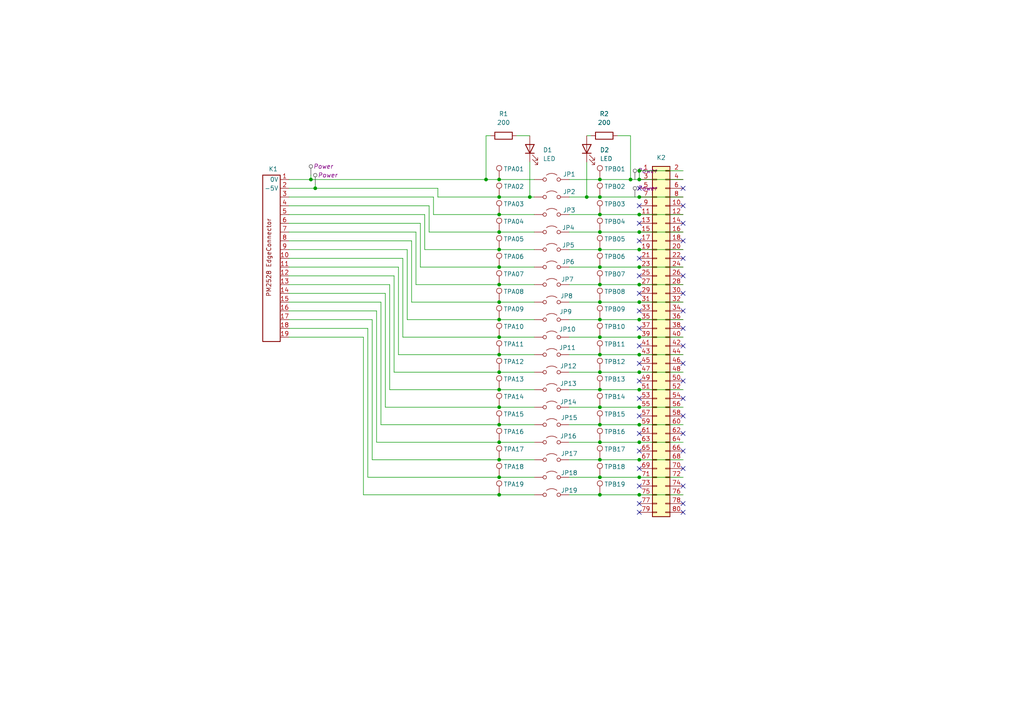
<source format=kicad_sch>
(kicad_sch (version 20231120) (generator "eeschema") (generator_version "8.0")
  (paper "A4")
  (title_block (title "PM2528 - Plugincard Riser") (date "2024-10-04") (rev "2.0") (company "D. Kupers"))
  (lib_symbols
    (symbol "Connector:TestPoint" (pin_numbers hide) (pin_names (offset 0.762) hide)
      (property "Reference" "TP" (at 0 6.858 0))
      (property "Value" "TestPoint" (at 0 5.08 0))
      (symbol "TestPoint_0_1"
        (circle (center 0 3.302) (radius 0.762))
      )
      (symbol "TestPoint_1_1"
        (pin passive line (at 0 0 90) (length 2.54) (name "1") (number "1"))
      )
    )
    (symbol "Connector_Generic:Conn_02x40_Odd_Even" (pin_names (offset 1.016) hide)
      (property "Reference" "J" (at 1.27 50.8 0))
      (property "Value" "Conn_02x40_Odd_Even" (at 1.27 -53.34 0))
      (symbol "Conn_02x40_Odd_Even_1_1"
        (rectangle (start -1.27 -50.673) (end 0 -50.927) (stroke (width 0.1524)))
        (rectangle (start -1.27 -48.133) (end 0 -48.387) (stroke (width 0.1524)))
        (rectangle (start -1.27 -45.593) (end 0 -45.847) (stroke (width 0.1524)))
        (rectangle (start -1.27 -43.053) (end 0 -43.307) (stroke (width 0.1524)))
        (rectangle (start -1.27 -40.513) (end 0 -40.767) (stroke (width 0.1524)))
        (rectangle (start -1.27 -37.973) (end 0 -38.227) (stroke (width 0.1524)))
        (rectangle (start -1.27 -35.433) (end 0 -35.687) (stroke (width 0.1524)))
        (rectangle (start -1.27 -32.893) (end 0 -33.147) (stroke (width 0.1524)))
        (rectangle (start -1.27 -30.353) (end 0 -30.607) (stroke (width 0.1524)))
        (rectangle (start -1.27 -27.813) (end 0 -28.067) (stroke (width 0.1524)))
        (rectangle (start -1.27 -25.273) (end 0 -25.527) (stroke (width 0.1524)))
        (rectangle (start -1.27 -22.733) (end 0 -22.987) (stroke (width 0.1524)))
        (rectangle (start -1.27 -20.193) (end 0 -20.447) (stroke (width 0.1524)))
        (rectangle (start -1.27 -17.653) (end 0 -17.907) (stroke (width 0.1524)))
        (rectangle (start -1.27 -15.113) (end 0 -15.367) (stroke (width 0.1524)))
        (rectangle (start -1.27 -12.573) (end 0 -12.827) (stroke (width 0.1524)))
        (rectangle (start -1.27 -10.033) (end 0 -10.287) (stroke (width 0.1524)))
        (rectangle (start -1.27 -7.493) (end 0 -7.747) (stroke (width 0.1524)))
        (rectangle (start -1.27 -4.953) (end 0 -5.207) (stroke (width 0.1524)))
        (rectangle (start -1.27 -2.413) (end 0 -2.667) (stroke (width 0.1524)))
        (rectangle (start -1.27 0.127) (end 0 -0.127) (stroke (width 0.1524)))
        (rectangle (start -1.27 2.667) (end 0 2.413) (stroke (width 0.1524)))
        (rectangle (start -1.27 5.207) (end 0 4.953) (stroke (width 0.1524)))
        (rectangle (start -1.27 7.747) (end 0 7.493) (stroke (width 0.1524)))
        (rectangle (start -1.27 10.287) (end 0 10.033) (stroke (width 0.1524)))
        (rectangle (start -1.27 12.827) (end 0 12.573) (stroke (width 0.1524)))
        (rectangle (start -1.27 15.367) (end 0 15.113) (stroke (width 0.1524)))
        (rectangle (start -1.27 17.907) (end 0 17.653) (stroke (width 0.1524)))
        (rectangle (start -1.27 20.447) (end 0 20.193) (stroke (width 0.1524)))
        (rectangle (start -1.27 22.987) (end 0 22.733) (stroke (width 0.1524)))
        (rectangle (start -1.27 25.527) (end 0 25.273) (stroke (width 0.1524)))
        (rectangle (start -1.27 28.067) (end 0 27.813) (stroke (width 0.1524)))
        (rectangle (start -1.27 30.607) (end 0 30.353) (stroke (width 0.1524)))
        (rectangle (start -1.27 33.147) (end 0 32.893) (stroke (width 0.1524)))
        (rectangle (start -1.27 35.687) (end 0 35.433) (stroke (width 0.1524)))
        (rectangle (start -1.27 38.227) (end 0 37.973) (stroke (width 0.1524)))
        (rectangle (start -1.27 40.767) (end 0 40.513) (stroke (width 0.1524)))
        (rectangle (start -1.27 43.307) (end 0 43.053) (stroke (width 0.1524)))
        (rectangle (start -1.27 45.847) (end 0 45.593) (stroke (width 0.1524)))
        (rectangle (start -1.27 48.387) (end 0 48.133) (stroke (width 0.1524)))
        (rectangle (start -1.27 49.53) (end 3.81 -52.07) (stroke (width 0.254)) (fill (type background)))
        (rectangle (start 3.81 -50.673) (end 2.54 -50.927) (stroke (width 0.1524)))
        (rectangle (start 3.81 -48.133) (end 2.54 -48.387) (stroke (width 0.1524)))
        (rectangle (start 3.81 -45.593) (end 2.54 -45.847) (stroke (width 0.1524)))
        (rectangle (start 3.81 -43.053) (end 2.54 -43.307) (stroke (width 0.1524)))
        (rectangle (start 3.81 -40.513) (end 2.54 -40.767) (stroke (width 0.1524)))
        (rectangle (start 3.81 -37.973) (end 2.54 -38.227) (stroke (width 0.1524)))
        (rectangle (start 3.81 -35.433) (end 2.54 -35.687) (stroke (width 0.1524)))
        (rectangle (start 3.81 -32.893) (end 2.54 -33.147) (stroke (width 0.1524)))
        (rectangle (start 3.81 -30.353) (end 2.54 -30.607) (stroke (width 0.1524)))
        (rectangle (start 3.81 -27.813) (end 2.54 -28.067) (stroke (width 0.1524)))
        (rectangle (start 3.81 -25.273) (end 2.54 -25.527) (stroke (width 0.1524)))
        (rectangle (start 3.81 -22.733) (end 2.54 -22.987) (stroke (width 0.1524)))
        (rectangle (start 3.81 -20.193) (end 2.54 -20.447) (stroke (width 0.1524)))
        (rectangle (start 3.81 -17.653) (end 2.54 -17.907) (stroke (width 0.1524)))
        (rectangle (start 3.81 -15.113) (end 2.54 -15.367) (stroke (width 0.1524)))
        (rectangle (start 3.81 -12.573) (end 2.54 -12.827) (stroke (width 0.1524)))
        (rectangle (start 3.81 -10.033) (end 2.54 -10.287) (stroke (width 0.1524)))
        (rectangle (start 3.81 -7.493) (end 2.54 -7.747) (stroke (width 0.1524)))
        (rectangle (start 3.81 -4.953) (end 2.54 -5.207) (stroke (width 0.1524)))
        (rectangle (start 3.81 -2.413) (end 2.54 -2.667) (stroke (width 0.1524)))
        (rectangle (start 3.81 0.127) (end 2.54 -0.127) (stroke (width 0.1524)))
        (rectangle (start 3.81 2.667) (end 2.54 2.413) (stroke (width 0.1524)))
        (rectangle (start 3.81 5.207) (end 2.54 4.953) (stroke (width 0.1524)))
        (rectangle (start 3.81 7.747) (end 2.54 7.493) (stroke (width 0.1524)))
        (rectangle (start 3.81 10.287) (end 2.54 10.033) (stroke (width 0.1524)))
        (rectangle (start 3.81 12.827) (end 2.54 12.573) (stroke (width 0.1524)))
        (rectangle (start 3.81 15.367) (end 2.54 15.113) (stroke (width 0.1524)))
        (rectangle (start 3.81 17.907) (end 2.54 17.653) (stroke (width 0.1524)))
        (rectangle (start 3.81 20.447) (end 2.54 20.193) (stroke (width 0.1524)))
        (rectangle (start 3.81 22.987) (end 2.54 22.733) (stroke (width 0.1524)))
        (rectangle (start 3.81 25.527) (end 2.54 25.273) (stroke (width 0.1524)))
        (rectangle (start 3.81 28.067) (end 2.54 27.813) (stroke (width 0.1524)))
        (rectangle (start 3.81 30.607) (end 2.54 30.353) (stroke (width 0.1524)))
        (rectangle (start 3.81 33.147) (end 2.54 32.893) (stroke (width 0.1524)))
        (rectangle (start 3.81 35.687) (end 2.54 35.433) (stroke (width 0.1524)))
        (rectangle (start 3.81 38.227) (end 2.54 37.973) (stroke (width 0.1524)))
        (rectangle (start 3.81 40.767) (end 2.54 40.513) (stroke (width 0.1524)))
        (rectangle (start 3.81 43.307) (end 2.54 43.053) (stroke (width 0.1524)))
        (rectangle (start 3.81 45.847) (end 2.54 45.593) (stroke (width 0.1524)))
        (rectangle (start 3.81 48.387) (end 2.54 48.133) (stroke (width 0.1524)))
        (pin passive line (at -5.08 48.26 0) (length 3.81) (name "Pin_1") (number "1"))
        (pin passive line (at 7.62 38.1 180) (length 3.81) (name "Pin_10") (number "10"))
        (pin passive line (at -5.08 35.56 0) (length 3.81) (name "Pin_11") (number "11"))
        (pin passive line (at 7.62 35.56 180) (length 3.81) (name "Pin_12") (number "12"))
        (pin passive line (at -5.08 33.02 0) (length 3.81) (name "Pin_13") (number "13"))
        (pin passive line (at 7.62 33.02 180) (length 3.81) (name "Pin_14") (number "14"))
        (pin passive line (at -5.08 30.48 0) (length 3.81) (name "Pin_15") (number "15"))
        (pin passive line (at 7.62 30.48 180) (length 3.81) (name "Pin_16") (number "16"))
        (pin passive line (at -5.08 27.94 0) (length 3.81) (name "Pin_17") (number "17"))
        (pin passive line (at 7.62 27.94 180) (length 3.81) (name "Pin_18") (number "18"))
        (pin passive line (at -5.08 25.4 0) (length 3.81) (name "Pin_19") (number "19"))
        (pin passive line (at 7.62 48.26 180) (length 3.81) (name "Pin_2") (number "2"))
        (pin passive line (at 7.62 25.4 180) (length 3.81) (name "Pin_20") (number "20"))
        (pin passive line (at -5.08 22.86 0) (length 3.81) (name "Pin_21") (number "21"))
        (pin passive line (at 7.62 22.86 180) (length 3.81) (name "Pin_22") (number "22"))
        (pin passive line (at -5.08 20.32 0) (length 3.81) (name "Pin_23") (number "23"))
        (pin passive line (at 7.62 20.32 180) (length 3.81) (name "Pin_24") (number "24"))
        (pin passive line (at -5.08 17.78 0) (length 3.81) (name "Pin_25") (number "25"))
        (pin passive line (at 7.62 17.78 180) (length 3.81) (name "Pin_26") (number "26"))
        (pin passive line (at -5.08 15.24 0) (length 3.81) (name "Pin_27") (number "27"))
        (pin passive line (at 7.62 15.24 180) (length 3.81) (name "Pin_28") (number "28"))
        (pin passive line (at -5.08 12.7 0) (length 3.81) (name "Pin_29") (number "29"))
        (pin passive line (at -5.08 45.72 0) (length 3.81) (name "Pin_3") (number "3"))
        (pin passive line (at 7.62 12.7 180) (length 3.81) (name "Pin_30") (number "30"))
        (pin passive line (at -5.08 10.16 0) (length 3.81) (name "Pin_31") (number "31"))
        (pin passive line (at 7.62 10.16 180) (length 3.81) (name "Pin_32") (number "32"))
        (pin passive line (at -5.08 7.62 0) (length 3.81) (name "Pin_33") (number "33"))
        (pin passive line (at 7.62 7.62 180) (length 3.81) (name "Pin_34") (number "34"))
        (pin passive line (at -5.08 5.08 0) (length 3.81) (name "Pin_35") (number "35"))
        (pin passive line (at 7.62 5.08 180) (length 3.81) (name "Pin_36") (number "36"))
        (pin passive line (at -5.08 2.54 0) (length 3.81) (name "Pin_37") (number "37"))
        (pin passive line (at 7.62 2.54 180) (length 3.81) (name "Pin_38") (number "38"))
        (pin passive line (at -5.08 0 0) (length 3.81) (name "Pin_39") (number "39"))
        (pin passive line (at 7.62 45.72 180) (length 3.81) (name "Pin_4") (number "4"))
        (pin passive line (at 7.62 0 180) (length 3.81) (name "Pin_40") (number "40"))
        (pin passive line (at -5.08 -2.54 0) (length 3.81) (name "Pin_41") (number "41"))
        (pin passive line (at 7.62 -2.54 180) (length 3.81) (name "Pin_42") (number "42"))
        (pin passive line (at -5.08 -5.08 0) (length 3.81) (name "Pin_43") (number "43"))
        (pin passive line (at 7.62 -5.08 180) (length 3.81) (name "Pin_44") (number "44"))
        (pin passive line (at -5.08 -7.62 0) (length 3.81) (name "Pin_45") (number "45"))
        (pin passive line (at 7.62 -7.62 180) (length 3.81) (name "Pin_46") (number "46"))
        (pin passive line (at -5.08 -10.16 0) (length 3.81) (name "Pin_47") (number "47"))
        (pin passive line (at 7.62 -10.16 180) (length 3.81) (name "Pin_48") (number "48"))
        (pin passive line (at -5.08 -12.7 0) (length 3.81) (name "Pin_49") (number "49"))
        (pin passive line (at -5.08 43.18 0) (length 3.81) (name "Pin_5") (number "5"))
        (pin passive line (at 7.62 -12.7 180) (length 3.81) (name "Pin_50") (number "50"))
        (pin passive line (at -5.08 -15.24 0) (length 3.81) (name "Pin_51") (number "51"))
        (pin passive line (at 7.62 -15.24 180) (length 3.81) (name "Pin_52") (number "52"))
        (pin passive line (at -5.08 -17.78 0) (length 3.81) (name "Pin_53") (number "53"))
        (pin passive line (at 7.62 -17.78 180) (length 3.81) (name "Pin_54") (number "54"))
        (pin passive line (at -5.08 -20.32 0) (length 3.81) (name "Pin_55") (number "55"))
        (pin passive line (at 7.62 -20.32 180) (length 3.81) (name "Pin_56") (number "56"))
        (pin passive line (at -5.08 -22.86 0) (length 3.81) (name "Pin_57") (number "57"))
        (pin passive line (at 7.62 -22.86 180) (length 3.81) (name "Pin_58") (number "58"))
        (pin passive line (at -5.08 -25.4 0) (length 3.81) (name "Pin_59") (number "59"))
        (pin passive line (at 7.62 43.18 180) (length 3.81) (name "Pin_6") (number "6"))
        (pin passive line (at 7.62 -25.4 180) (length 3.81) (name "Pin_60") (number "60"))
        (pin passive line (at -5.08 -27.94 0) (length 3.81) (name "Pin_61") (number "61"))
        (pin passive line (at 7.62 -27.94 180) (length 3.81) (name "Pin_62") (number "62"))
        (pin passive line (at -5.08 -30.48 0) (length 3.81) (name "Pin_63") (number "63"))
        (pin passive line (at 7.62 -30.48 180) (length 3.81) (name "Pin_64") (number "64"))
        (pin passive line (at -5.08 -33.02 0) (length 3.81) (name "Pin_65") (number "65"))
        (pin passive line (at 7.62 -33.02 180) (length 3.81) (name "Pin_66") (number "66"))
        (pin passive line (at -5.08 -35.56 0) (length 3.81) (name "Pin_67") (number "67"))
        (pin passive line (at 7.62 -35.56 180) (length 3.81) (name "Pin_68") (number "68"))
        (pin passive line (at -5.08 -38.1 0) (length 3.81) (name "Pin_69") (number "69"))
        (pin passive line (at -5.08 40.64 0) (length 3.81) (name "Pin_7") (number "7"))
        (pin passive line (at 7.62 -38.1 180) (length 3.81) (name "Pin_70") (number "70"))
        (pin passive line (at -5.08 -40.64 0) (length 3.81) (name "Pin_71") (number "71"))
        (pin passive line (at 7.62 -40.64 180) (length 3.81) (name "Pin_72") (number "72"))
        (pin passive line (at -5.08 -43.18 0) (length 3.81) (name "Pin_73") (number "73"))
        (pin passive line (at 7.62 -43.18 180) (length 3.81) (name "Pin_74") (number "74"))
        (pin passive line (at -5.08 -45.72 0) (length 3.81) (name "Pin_75") (number "75"))
        (pin passive line (at 7.62 -45.72 180) (length 3.81) (name "Pin_76") (number "76"))
        (pin passive line (at -5.08 -48.26 0) (length 3.81) (name "Pin_77") (number "77"))
        (pin passive line (at 7.62 -48.26 180) (length 3.81) (name "Pin_78") (number "78"))
        (pin passive line (at -5.08 -50.8 0) (length 3.81) (name "Pin_79") (number "79"))
        (pin passive line (at 7.62 40.64 180) (length 3.81) (name "Pin_8") (number "8"))
        (pin passive line (at 7.62 -50.8 180) (length 3.81) (name "Pin_80") (number "80"))
        (pin passive line (at -5.08 38.1 0) (length 3.81) (name "Pin_9") (number "9"))
      )
    )
    (symbol "Device:LED" (pin_numbers hide) (pin_names (offset 1.016) hide)
      (property "Reference" "D" (at 0 2.54 0))
      (property "Value" "LED" (at 0 -2.54 0))
      (symbol "LED_0_1"
        (polyline (pts (xy -1.27 -1.27) (xy -1.27 1.27)) (stroke (width 0.254)))
        (polyline (pts (xy -1.27 0) (xy 1.27 0)))
        (polyline (pts (xy 1.27 -1.27) (xy 1.27 1.27) (xy -1.27 0) (xy 1.27 -1.27)) (stroke (width 0.254)))
        (polyline (pts (xy -3.048 -0.762) (xy -4.572 -2.286) (xy -3.81 -2.286) (xy -4.572 -2.286) (xy -4.572 -1.524)))
        (polyline (pts (xy -1.778 -0.762) (xy -3.302 -2.286) (xy -2.54 -2.286) (xy -3.302 -2.286) (xy -3.302 -1.524)))
      )
      (symbol "LED_1_1"
        (pin passive line (at -3.81 0 0) (length 2.54) (name "K") (number "1"))
        (pin passive line (at 3.81 0 180) (length 2.54) (name "A") (number "2"))
      )
    )
    (symbol "Device:R" (pin_numbers hide) (pin_names (offset 0))
      (property "Reference" "R" (at 2.032 0 90))
      (property "Value" "R" (at 0 0 90))
      (symbol "R_0_1"
        (rectangle (start -1.016 -2.54) (end 1.016 2.54) (stroke (width 0.254)))
      )
      (symbol "R_1_1"
        (pin passive line (at 0 3.81 270) (length 1.27) (name "~") (number "1"))
        (pin passive line (at 0 -3.81 90) (length 1.27) (name "~") (number "2"))
      )
    )
    (symbol "Jumper:Jumper_2_Open" (pin_numbers hide) (pin_names (offset 0) hide) (exclude_from_sim yes)
      (property "Reference" "JP" (at 0 2.794 0))
      (property "Value" "Jumper_2_Open" (at 0 -2.286 0))
      (symbol "Jumper_2_Open_0_0"
        (circle (center -2.032 0) (radius 0.508))
        (circle (center 2.032 0) (radius 0.508))
      )
      (symbol "Jumper_2_Open_0_1"
        (arc (start 1.524 1.27) (mid 0 1.778) (end -1.524 1.27))
      )
      (symbol "Jumper_2_Open_1_1"
        (pin passive line (at -5.08 0 0) (length 2.54) (name "A") (number "1"))
        (pin passive line (at 5.08 0 180) (length 2.54) (name "B") (number "2"))
      )
    )
    (symbol "PM2528:PCBEdge_Plugincard"
      (property "Reference" "K" (at -0.508 25.4 0))
      (symbol "PCBEdge_Plugincard_1_1"
        (rectangle (start -2.54 24.13) (end 2.54 -24.13) (stroke (width 0.254)))
        (text "PM2528 EdgeConnector" (at -0.762 0.254 900) (effects (font (size 1.27 1.27))))
        (pin passive line (at 5.08 22.86 180) (length 2.54) (name "0V") (number "1"))
        (pin passive line (at 5.08 0 180) (length 2.54) (name "") (number "10"))
        (pin passive line (at 5.08 -2.54 180) (length 2.54) (name "") (number "11"))
        (pin passive line (at 5.08 -5.08 180) (length 2.54) (name "") (number "12"))
        (pin passive line (at 5.08 -7.62 180) (length 2.54) (name "") (number "13"))
        (pin passive line (at 5.08 -10.16 180) (length 2.54) (name "") (number "14"))
        (pin passive line (at 5.08 -12.7 180) (length 2.54) (name "") (number "15"))
        (pin passive line (at 5.08 -15.24 180) (length 2.54) (name "") (number "16"))
        (pin passive line (at 5.08 -17.78 180) (length 2.54) (name "") (number "17"))
        (pin passive line (at 5.08 -20.32 180) (length 2.54) (name "") (number "18"))
        (pin passive line (at 5.08 -22.86 180) (length 2.54) (name "") (number "19"))
        (pin passive line (at 5.08 20.32 180) (length 2.54) (name "-5V") (number "2"))
        (pin passive line (at 5.08 17.78 180) (length 2.54) (name "") (number "3"))
        (pin passive line (at 5.08 15.24 180) (length 2.54) (name "") (number "4"))
        (pin passive line (at 5.08 12.7 180) (length 2.54) (name "") (number "5"))
        (pin passive line (at 5.08 10.16 180) (length 2.54) (name "") (number "6"))
        (pin passive line (at 5.08 7.62 180) (length 2.54) (name "") (number "7"))
        (pin passive line (at 5.08 5.08 180) (length 2.54) (name "") (number "8"))
        (pin passive line (at 5.08 2.54 180) (length 2.54) (name "") (number "9"))
      )
    )
  )
  (junction (at 185.42 57.15))
  (junction (at 144.78 123.19))
  (junction (at 185.42 72.39))
  (junction (at 173.99 72.39))
  (junction (at 144.78 77.47))
  (junction (at 144.78 72.39))
  (junction (at 185.42 138.43))
  (junction (at 173.99 143.51))
  (junction (at 144.78 102.87))
  (junction (at 173.99 102.87))
  (junction (at 185.42 113.03))
  (junction (at 173.99 107.95))
  (junction (at 173.99 92.71))
  (junction (at 173.99 133.35))
  (junction (at 173.99 138.43))
  (junction (at 173.99 87.63))
  (junction (at 173.99 57.15))
  (junction (at 140.97 52.07))
  (junction (at 185.42 128.27))
  (junction (at 173.99 67.31))
  (junction (at 173.99 62.23))
  (junction (at 185.42 133.35))
  (junction (at 144.78 57.15))
  (junction (at 173.99 52.07))
  (junction (at 91.44 54.61))
  (junction (at 185.42 102.87))
  (junction (at 144.78 67.31))
  (junction (at 185.42 123.19))
  (junction (at 185.42 52.07))
  (junction (at 144.78 52.07))
  (junction (at 144.78 143.51))
  (junction (at 144.78 82.55))
  (junction (at 153.67 57.15))
  (junction (at 144.78 97.79))
  (junction (at 144.78 107.95))
  (junction (at 185.42 67.31))
  (junction (at 173.99 82.55))
  (junction (at 173.99 77.47))
  (junction (at 144.78 113.03))
  (junction (at 185.42 92.71))
  (junction (at 185.42 118.11))
  (junction (at 144.78 92.71))
  (junction (at 185.42 62.23))
  (junction (at 144.78 133.35))
  (junction (at 185.42 107.95))
  (junction (at 185.42 143.51))
  (junction (at 185.42 97.79))
  (junction (at 144.78 87.63))
  (junction (at 185.42 77.47))
  (junction (at 144.78 128.27))
  (junction (at 173.99 128.27))
  (junction (at 90.17 52.07))
  (junction (at 173.99 113.03))
  (junction (at 173.99 97.79))
  (junction (at 144.78 118.11))
  (junction (at 185.42 49.53))
  (junction (at 144.78 138.43))
  (junction (at 185.42 87.63))
  (junction (at 185.42 82.55))
  (junction (at 173.99 123.19))
  (junction (at 144.78 62.23))
  (junction (at 170.18 57.15))
  (junction (at 182.88 52.07))
  (junction (at 173.99 118.11))
  (no_connect (at 198.12 54.61))
  (no_connect (at 185.42 100.33))
  (no_connect (at 198.12 105.41))
  (no_connect (at 185.42 115.57))
  (no_connect (at 185.42 85.09))
  (no_connect (at 185.42 146.05))
  (no_connect (at 198.12 64.77))
  (no_connect (at 185.42 120.65))
  (no_connect (at 198.12 69.85))
  (no_connect (at 198.12 135.89))
  (no_connect (at 198.12 115.57))
  (no_connect (at 185.42 74.93))
  (no_connect (at 198.12 80.01))
  (no_connect (at 185.42 125.73))
  (no_connect (at 185.42 95.25))
  (no_connect (at 198.12 90.17))
  (no_connect (at 185.42 130.81))
  (no_connect (at 198.12 74.93))
  (no_connect (at 198.12 140.97))
  (no_connect (at 198.12 110.49))
  (no_connect (at 185.42 64.77))
  (no_connect (at 185.42 110.49))
  (no_connect (at 198.12 148.59))
  (no_connect (at 198.12 95.25))
  (no_connect (at 185.42 69.85))
  (no_connect (at 198.12 130.81))
  (no_connect (at 198.12 146.05))
  (no_connect (at 185.42 54.61))
  (no_connect (at 198.12 59.69))
  (no_connect (at 185.42 59.69))
  (no_connect (at 198.12 100.33))
  (no_connect (at 185.42 105.41))
  (no_connect (at 198.12 120.65))
  (no_connect (at 185.42 80.01))
  (no_connect (at 185.42 140.97))
  (no_connect (at 198.12 85.09))
  (no_connect (at 185.42 148.59))
  (no_connect (at 198.12 125.73))
  (no_connect (at 185.42 90.17))
  (no_connect (at 185.42 135.89))
  (wire (pts (xy 116.84 97.79) (xy 144.78 97.79)))
  (wire (pts (xy 185.42 87.63) (xy 198.12 87.63)))
  (wire (pts (xy 114.3 107.95) (xy 114.3 80.01)))
  (wire (pts (xy 114.3 107.95) (xy 144.78 107.95)))
  (wire (pts (xy 144.78 72.39) (xy 154.94 72.39)))
  (wire (pts (xy 165.1 87.63) (xy 173.99 87.63)))
  (wire (pts (xy 198.12 138.43) (xy 185.42 138.43)))
  (wire (pts (xy 118.11 92.71) (xy 144.78 92.71)))
  (wire (pts (xy 173.99 72.39) (xy 185.42 72.39)))
  (wire (pts (xy 198.12 113.03) (xy 185.42 113.03)))
  (wire (pts (xy 115.57 77.47) (xy 83.82 77.47)))
  (wire (pts (xy 165.1 92.71) (xy 173.99 92.71)))
  (wire (pts (xy 144.78 128.27) (xy 154.94 128.27)))
  (wire (pts (xy 123.19 62.23) (xy 83.82 62.23)))
  (wire (pts (xy 144.78 97.79) (xy 154.94 97.79)))
  (wire (pts (xy 120.65 67.31) (xy 83.82 67.31)))
  (wire (pts (xy 165.1 97.79) (xy 173.99 97.79)))
  (wire (pts (xy 173.99 123.19) (xy 185.42 123.19)))
  (wire (pts (xy 185.42 57.15) (xy 198.12 57.15)))
  (wire (pts (xy 115.57 77.47) (xy 115.57 102.87)))
  (wire (pts (xy 185.42 118.11) (xy 198.12 118.11)))
  (wire (pts (xy 185.42 67.31) (xy 198.12 67.31)))
  (wire (pts (xy 182.88 52.07) (xy 185.42 52.07)))
  (wire (pts (xy 125.73 57.15) (xy 83.82 57.15)))
  (wire (pts (xy 124.46 59.69) (xy 83.82 59.69)))
  (wire (pts (xy 185.42 133.35) (xy 198.12 133.35)))
  (wire (pts (xy 144.78 82.55) (xy 154.94 82.55)))
  (wire (pts (xy 144.78 118.11) (xy 154.94 118.11)))
  (wire (pts (xy 173.99 118.11) (xy 185.42 118.11)))
  (wire (pts (xy 173.99 87.63) (xy 185.42 87.63)))
  (wire (pts (xy 106.68 138.43) (xy 144.78 138.43)))
  (wire (pts (xy 165.1 72.39) (xy 173.99 72.39)))
  (wire (pts (xy 90.17 52.07) (xy 140.97 52.07)))
  (wire (pts (xy 125.73 62.23) (xy 144.78 62.23)))
  (wire (pts (xy 144.78 87.63) (xy 154.94 87.63)))
  (wire (pts (xy 165.1 82.55) (xy 173.99 82.55)))
  (wire (pts (xy 118.11 72.39) (xy 83.82 72.39)))
  (wire (pts (xy 170.18 57.15) (xy 173.99 57.15)))
  (wire (pts (xy 185.42 143.51) (xy 198.12 143.51)))
  (wire (pts (xy 185.42 62.23) (xy 198.12 62.23)))
  (wire (pts (xy 173.99 138.43) (xy 185.42 138.43)))
  (wire (pts (xy 185.42 49.53) (xy 198.12 49.53)))
  (wire (pts (xy 165.1 102.87) (xy 173.99 102.87)))
  (wire (pts (xy 165.1 143.51) (xy 173.99 143.51)))
  (wire (pts (xy 170.18 46.99) (xy 170.18 57.15)))
  (wire (pts (xy 185.42 92.71) (xy 198.12 92.71)))
  (wire (pts (xy 165.1 118.11) (xy 173.99 118.11)))
  (wire (pts (xy 173.99 128.27) (xy 185.42 128.27)))
  (wire (pts (xy 173.99 102.87) (xy 185.42 102.87)))
  (wire (pts (xy 153.67 57.15) (xy 154.94 57.15)))
  (wire (pts (xy 119.38 87.63) (xy 144.78 87.63)))
  (wire (pts (xy 113.03 113.03) (xy 113.03 82.55)))
  (wire (pts (xy 114.3 80.01) (xy 83.82 80.01)))
  (wire (pts (xy 173.99 107.95) (xy 185.42 107.95)))
  (wire (pts (xy 119.38 69.85) (xy 83.82 69.85)))
  (wire (pts (xy 105.41 143.51) (xy 144.78 143.51)))
  (wire (pts (xy 111.76 118.11) (xy 111.76 85.09)))
  (wire (pts (xy 165.1 62.23) (xy 173.99 62.23)))
  (wire (pts (xy 165.1 67.31) (xy 173.99 67.31)))
  (wire (pts (xy 144.78 67.31) (xy 154.94 67.31)))
  (wire (pts (xy 198.12 128.27) (xy 185.42 128.27)))
  (wire (pts (xy 144.78 123.19) (xy 154.94 123.19)))
  (wire (pts (xy 140.97 39.37) (xy 140.97 52.07)))
  (wire (pts (xy 105.41 97.79) (xy 83.82 97.79)))
  (wire (pts (xy 173.99 97.79) (xy 185.42 97.79)))
  (wire (pts (xy 127 54.61) (xy 127 57.15)))
  (wire (pts (xy 109.22 128.27) (xy 109.22 90.17)))
  (wire (pts (xy 144.78 77.47) (xy 154.94 77.47)))
  (wire (pts (xy 121.92 64.77) (xy 121.92 77.47)))
  (wire (pts (xy 110.49 87.63) (xy 83.82 87.63)))
  (wire (pts (xy 144.78 57.15) (xy 153.67 57.15)))
  (wire (pts (xy 106.68 138.43) (xy 106.68 95.25)))
  (wire (pts (xy 144.78 138.43) (xy 154.94 138.43)))
  (wire (pts (xy 185.42 49.53) (xy 185.42 52.07)))
  (wire (pts (xy 198.12 72.39) (xy 185.42 72.39)))
  (wire (pts (xy 140.97 52.07) (xy 144.78 52.07)))
  (wire (pts (xy 107.95 133.35) (xy 107.95 92.71)))
  (wire (pts (xy 144.78 92.71) (xy 154.94 92.71)))
  (wire (pts (xy 113.03 82.55) (xy 83.82 82.55)))
  (wire (pts (xy 83.82 52.07) (xy 90.17 52.07)))
  (wire (pts (xy 165.1 57.15) (xy 170.18 57.15)))
  (wire (pts (xy 121.92 77.47) (xy 144.78 77.47)))
  (wire (pts (xy 106.68 95.25) (xy 83.82 95.25)))
  (wire (pts (xy 121.92 64.77) (xy 83.82 64.77)))
  (wire (pts (xy 149.86 39.37) (xy 153.67 39.37)))
  (wire (pts (xy 185.42 77.47) (xy 198.12 77.47)))
  (wire (pts (xy 115.57 102.87) (xy 144.78 102.87)))
  (wire (pts (xy 113.03 113.03) (xy 144.78 113.03)))
  (wire (pts (xy 185.42 107.95) (xy 198.12 107.95)))
  (wire (pts (xy 165.1 123.19) (xy 173.99 123.19)))
  (wire (pts (xy 173.99 133.35) (xy 185.42 133.35)))
  (wire (pts (xy 107.95 92.71) (xy 83.82 92.71)))
  (wire (pts (xy 116.84 74.93) (xy 83.82 74.93)))
  (wire (pts (xy 124.46 59.69) (xy 124.46 67.31)))
  (wire (pts (xy 119.38 69.85) (xy 119.38 87.63)))
  (wire (pts (xy 144.78 143.51) (xy 154.94 143.51)))
  (wire (pts (xy 107.95 133.35) (xy 144.78 133.35)))
  (wire (pts (xy 165.1 113.03) (xy 173.99 113.03)))
  (wire (pts (xy 165.1 133.35) (xy 173.99 133.35)))
  (wire (pts (xy 173.99 82.55) (xy 185.42 82.55)))
  (wire (pts (xy 90.17 50.8) (xy 90.17 52.07)))
  (wire (pts (xy 144.78 102.87) (xy 154.94 102.87)))
  (wire (pts (xy 170.18 39.37) (xy 171.45 39.37)))
  (wire (pts (xy 185.42 123.19) (xy 198.12 123.19)))
  (wire (pts (xy 110.49 123.19) (xy 144.78 123.19)))
  (wire (pts (xy 165.1 77.47) (xy 173.99 77.47)))
  (wire (pts (xy 109.22 128.27) (xy 144.78 128.27)))
  (wire (pts (xy 165.1 138.43) (xy 173.99 138.43)))
  (wire (pts (xy 173.99 92.71) (xy 185.42 92.71)))
  (wire (pts (xy 124.46 67.31) (xy 144.78 67.31)))
  (wire (pts (xy 125.73 57.15) (xy 125.73 62.23)))
  (wire (pts (xy 173.99 67.31) (xy 185.42 67.31)))
  (wire (pts (xy 198.12 82.55) (xy 185.42 82.55)))
  (wire (pts (xy 91.44 54.61) (xy 83.82 54.61)))
  (wire (pts (xy 144.78 62.23) (xy 154.94 62.23)))
  (wire (pts (xy 109.22 90.17) (xy 83.82 90.17)))
  (wire (pts (xy 182.88 39.37) (xy 182.88 52.07)))
  (wire (pts (xy 142.24 39.37) (xy 140.97 39.37)))
  (wire (pts (xy 116.84 74.93) (xy 116.84 97.79)))
  (wire (pts (xy 173.99 57.15) (xy 185.42 57.15)))
  (wire (pts (xy 91.44 53.34) (xy 91.44 54.61)))
  (wire (pts (xy 165.1 128.27) (xy 173.99 128.27)))
  (wire (pts (xy 173.99 62.23) (xy 185.42 62.23)))
  (wire (pts (xy 165.1 52.07) (xy 173.99 52.07)))
  (wire (pts (xy 144.78 113.03) (xy 154.94 113.03)))
  (wire (pts (xy 179.07 39.37) (xy 182.88 39.37)))
  (wire (pts (xy 173.99 143.51) (xy 185.42 143.51)))
  (wire (pts (xy 127 54.61) (xy 91.44 54.61)))
  (wire (pts (xy 120.65 82.55) (xy 144.78 82.55)))
  (wire (pts (xy 127 57.15) (xy 144.78 57.15)))
  (wire (pts (xy 118.11 72.39) (xy 118.11 92.71)))
  (wire (pts (xy 110.49 123.19) (xy 110.49 87.63)))
  (wire (pts (xy 185.42 102.87) (xy 198.12 102.87)))
  (wire (pts (xy 198.12 97.79) (xy 185.42 97.79)))
  (wire (pts (xy 173.99 52.07) (xy 182.88 52.07)))
  (wire (pts (xy 144.78 107.95) (xy 154.94 107.95)))
  (wire (pts (xy 173.99 77.47) (xy 185.42 77.47)))
  (wire (pts (xy 111.76 85.09) (xy 83.82 85.09)))
  (wire (pts (xy 123.19 62.23) (xy 123.19 72.39)))
  (wire (pts (xy 173.99 113.03) (xy 185.42 113.03)))
  (wire (pts (xy 123.19 72.39) (xy 144.78 72.39)))
  (wire (pts (xy 105.41 143.51) (xy 105.41 97.79)))
  (wire (pts (xy 144.78 52.07) (xy 154.94 52.07)))
  (wire (pts (xy 111.76 118.11) (xy 144.78 118.11)))
  (wire (pts (xy 144.78 133.35) (xy 154.94 133.35)))
  (wire (pts (xy 120.65 67.31) (xy 120.65 82.55)))
  (wire (pts (xy 153.67 46.99) (xy 153.67 57.15)))
  (wire (pts (xy 165.1 107.95) (xy 173.99 107.95)))
  (wire (pts (xy 185.42 52.07) (xy 198.12 52.07)))
  (netclass_flag "" (length 2.54) (shape round) (at 184.15 52.07 0) (property "Netclass" "Power" (at 184.8485 49.53 0) (effects (font (italic yes)) (justify left))))
  (netclass_flag "" (length 2.54) (shape round) (at 91.44 53.34 0) (property "Netclass" "Power" (at 92.1385 50.8 0) (effects (font (italic yes)) (justify left))))
  (netclass_flag "" (length 2.54) (shape round) (at 90.17 50.8 0) (property "Netclass" "Power" (at 90.8685 48.26 0) (effects (font (italic yes)) (justify left))))
  (netclass_flag "" (length 2.54) (shape round) (at 184.15 57.15 0) (property "Netclass" "Power" (at 184.8485 54.61 0) (effects (font (italic yes)) (justify left))))
  (symbol (lib_id "Connector:TestPoint") (at 144.78 138.43 0) (unit 1)
    (property "Reference" "TPA18" (at 146.05 135.382 0) (effects (justify left)))
    (property "Value" "TestPoint" (effects (hide yes)))
    (property "Footprint" "Pin_D1.0mm_L10.0mm" (effects (hide yes)))
    (property "Description" "test point" (effects (hide yes)))
  )
  (symbol (lib_id "Connector:TestPoint") (at 144.78 77.47 0) (unit 1)
    (property "Reference" "TPA06" (at 146.05 74.422 0) (effects (justify left)))
    (property "Value" "TestPoint" (effects (hide yes)))
    (property "Footprint" "Pin_D1.0mm_L10.0mm" (effects (hide yes)))
    (property "Description" "test point" (effects (hide yes)))
  )
  (symbol (lib_id "Connector:TestPoint") (at 144.78 72.39 0) (unit 1)
    (property "Reference" "TPA05" (at 146.05 69.342 0) (effects (justify left)))
    (property "Value" "TestPoint" (effects (hide yes)))
    (property "Footprint" "Pin_D1.0mm_L10.0mm" (effects (hide yes)))
    (property "Description" "test point" (effects (hide yes)))
  )
  (symbol (lib_id "Connector:TestPoint") (at 173.99 113.03 0) (unit 1)
    (property "Reference" "TPB13" (at 175.26 109.982 0) (effects (justify left)))
    (property "Value" "TestPoint" (effects (hide yes)))
    (property "Footprint" "TestPoint:TestPoint_Loop_D1.80mm_Drill1.0mm_Beaded" (effects (hide yes)))
    (property "Description" "test point" (effects (hide yes)))
  )
  (symbol (lib_id "Connector:TestPoint") (at 173.99 57.15 0) (unit 1)
    (property "Reference" "TPB02" (at 175.26 54.102 0) (effects (justify left)))
    (property "Value" "TestPoint" (effects (hide yes)))
    (property "Footprint" "TestPoint:TestPoint_Loop_D1.80mm_Drill1.0mm_Beaded" (effects (hide yes)))
    (property "Description" "test point" (effects (hide yes)))
  )
  (symbol (lib_id "Connector:TestPoint") (at 144.78 123.19 0) (unit 1)
    (property "Reference" "TPA15" (at 146.05 120.142 0) (effects (justify left)))
    (property "Value" "TestPoint" (effects (hide yes)))
    (property "Footprint" "Pin_D1.0mm_L10.0mm" (effects (hide yes)))
    (property "Description" "test point" (effects (hide yes)))
  )
  (symbol (lib_id "Jumper:Jumper_2_Open") (at 160.02 123.19 0) (unit 1) (exclude_from_sim yes)
    (property "Reference" "JP15" (at 165.1 121.158 0))
    (property "Value" "Jumper_2_Open" (effects (hide yes)))
    (property "Footprint" "Connector_PinHeader_2.54mm:PinHeader_1x02_P2.54mm_Vertical" (effects (hide yes)))
    (property "Description" "Jumper, 2-pole, open" (effects (hide yes)))
  )
  (symbol (lib_id "Jumper:Jumper_2_Open") (at 160.02 77.47 0) (unit 1) (exclude_from_sim yes)
    (property "Reference" "JP6" (at 164.846 75.946 0))
    (property "Value" "Jumper_2_Open" (effects (hide yes)))
    (property "Footprint" "Connector_PinHeader_2.54mm:PinHeader_1x02_P2.54mm_Vertical" (effects (hide yes)))
    (property "Description" "Jumper, 2-pole, open" (effects (hide yes)))
  )
  (symbol (lib_id "Connector:TestPoint") (at 173.99 123.19 0) (unit 1)
    (property "Reference" "TPB15" (at 175.26 120.142 0) (effects (justify left)))
    (property "Value" "TestPoint" (effects (hide yes)))
    (property "Footprint" "TestPoint:TestPoint_Loop_D1.80mm_Drill1.0mm_Beaded" (effects (hide yes)))
    (property "Description" "test point" (effects (hide yes)))
  )
  (symbol (lib_id "Jumper:Jumper_2_Open") (at 160.02 57.15 0) (unit 1) (exclude_from_sim yes)
    (property "Reference" "JP2" (at 165.1 55.626 0))
    (property "Value" "Jumper_2_Open" (effects (hide yes)))
    (property "Footprint" "Connector_PinHeader_2.54mm:PinHeader_1x02_P2.54mm_Vertical" (effects (hide yes)))
    (property "Description" "Jumper, 2-pole, open" (effects (hide yes)))
  )
  (symbol (lib_id "Jumper:Jumper_2_Open") (at 160.02 107.95 0) (unit 1) (exclude_from_sim yes)
    (property "Reference" "JP12" (at 164.846 106.172 0))
    (property "Value" "Jumper_2_Open" (effects (hide yes)))
    (property "Footprint" "Connector_PinHeader_2.54mm:PinHeader_1x02_P2.54mm_Vertical" (effects (hide yes)))
    (property "Description" "Jumper, 2-pole, open" (effects (hide yes)))
  )
  (symbol (lib_id "Connector:TestPoint") (at 173.99 77.47 0) (unit 1)
    (property "Reference" "TPB06" (at 175.26 74.422 0) (effects (justify left)))
    (property "Value" "TestPoint" (effects (hide yes)))
    (property "Footprint" "TestPoint:TestPoint_Loop_D1.80mm_Drill1.0mm_Beaded" (effects (hide yes)))
    (property "Description" "test point" (effects (hide yes)))
  )
  (symbol (lib_id "Jumper:Jumper_2_Open") (at 160.02 72.39 0) (unit 1) (exclude_from_sim yes)
    (property "Reference" "JP5" (at 164.846 71.12 0))
    (property "Value" "Jumper_2_Open" (effects (hide yes)))
    (property "Footprint" "Connector_PinHeader_2.54mm:PinHeader_1x02_P2.54mm_Vertical" (effects (hide yes)))
    (property "Description" "Jumper, 2-pole, open" (effects (hide yes)))
  )
  (symbol (lib_id "Device:R") (at 146.05 39.37 90) (unit 1)
    (property "Reference" "R1" (at 146.05 33.02 90))
    (property "Value" "200" (at 146.05 35.56 90))
    (property "Footprint" "Resistor_SMD:R_0805_2012Metric_Pad1.20x1.40mm_HandSolder" (effects (hide yes)))
    (property "Description" "Resistor" (effects (hide yes)))
  )
  (symbol (lib_id "Connector:TestPoint") (at 173.99 97.79 0) (unit 1)
    (property "Reference" "TPB10" (at 175.26 94.742 0) (effects (justify left)))
    (property "Value" "TestPoint" (effects (hide yes)))
    (property "Footprint" "TestPoint:TestPoint_Loop_D1.80mm_Drill1.0mm_Beaded" (effects (hide yes)))
    (property "Description" "test point" (effects (hide yes)))
  )
  (symbol (lib_id "Connector:TestPoint") (at 144.78 82.55 0) (unit 1)
    (property "Reference" "TPA07" (at 146.05 79.502 0) (effects (justify left)))
    (property "Value" "TestPoint" (effects (hide yes)))
    (property "Footprint" "Pin_D1.0mm_L10.0mm" (effects (hide yes)))
    (property "Description" "test point" (effects (hide yes)))
  )
  (symbol (lib_id "Jumper:Jumper_2_Open") (at 160.02 62.23 0) (unit 1) (exclude_from_sim yes)
    (property "Reference" "JP3" (at 165.1 60.96 0))
    (property "Value" "Jumper_2_Open" (effects (hide yes)))
    (property "Footprint" "Connector_PinHeader_2.54mm:PinHeader_1x02_P2.54mm_Vertical" (effects (hide yes)))
    (property "Description" "Jumper, 2-pole, open" (effects (hide yes)))
  )
  (symbol (lib_id "Jumper:Jumper_2_Open") (at 160.02 52.07 0) (unit 1) (exclude_from_sim yes)
    (property "Reference" "JP1" (at 165.1 50.546 0))
    (property "Value" "Jumper_2_Open" (effects (hide yes)))
    (property "Footprint" "Connector_PinHeader_2.54mm:PinHeader_1x02_P2.54mm_Vertical" (effects (hide yes)))
    (property "Description" "Jumper, 2-pole, open" (effects (hide yes)))
  )
  (symbol (lib_id "Connector:TestPoint") (at 173.99 87.63 0) (unit 1)
    (property "Reference" "TPB08" (at 175.26 84.582 0) (effects (justify left)))
    (property "Value" "TestPoint" (effects (hide yes)))
    (property "Footprint" "TestPoint:TestPoint_Loop_D1.80mm_Drill1.0mm_Beaded" (effects (hide yes)))
    (property "Description" "test point" (effects (hide yes)))
  )
  (symbol (lib_id "Jumper:Jumper_2_Open") (at 160.02 97.79 0) (unit 1) (exclude_from_sim yes)
    (property "Reference" "JP10" (at 164.592 95.504 0))
    (property "Value" "Jumper_2_Open" (effects (hide yes)))
    (property "Footprint" "Connector_PinHeader_2.54mm:PinHeader_1x02_P2.54mm_Vertical" (effects (hide yes)))
    (property "Description" "Jumper, 2-pole, open" (effects (hide yes)))
  )
  (symbol (lib_id "Jumper:Jumper_2_Open") (at 160.02 133.35 0) (unit 1) (exclude_from_sim yes)
    (property "Reference" "JP17" (at 165.1 131.572 0))
    (property "Value" "Jumper_2_Open" (effects (hide yes)))
    (property "Footprint" "Connector_PinHeader_2.54mm:PinHeader_1x02_P2.54mm_Vertical" (effects (hide yes)))
    (property "Description" "Jumper, 2-pole, open" (effects (hide yes)))
  )
  (symbol (lib_id "Device:R") (at 175.26 39.37 90) (unit 1)
    (property "Reference" "R2" (at 175.26 33.02 90))
    (property "Value" "200" (at 175.26 35.56 90))
    (property "Footprint" "Resistor_SMD:R_0805_2012Metric_Pad1.20x1.40mm_HandSolder" (effects (hide yes)))
    (property "Description" "Resistor" (effects (hide yes)))
  )
  (symbol (lib_id "Jumper:Jumper_2_Open") (at 160.02 128.27 0) (unit 1) (exclude_from_sim yes)
    (property "Reference" "JP16" (at 164.846 126.492 0))
    (property "Value" "Jumper_2_Open" (effects (hide yes)))
    (property "Footprint" "Connector_PinHeader_2.54mm:PinHeader_1x02_P2.54mm_Vertical" (effects (hide yes)))
    (property "Description" "Jumper, 2-pole, open" (effects (hide yes)))
  )
  (symbol (lib_id "Jumper:Jumper_2_Open") (at 160.02 67.31 0) (unit 1) (exclude_from_sim yes)
    (property "Reference" "JP4" (at 164.846 66.04 0))
    (property "Value" "Jumper_2_Open" (effects (hide yes)))
    (property "Footprint" "Connector_PinHeader_2.54mm:PinHeader_1x02_P2.54mm_Vertical" (effects (hide yes)))
    (property "Description" "Jumper, 2-pole, open" (effects (hide yes)))
  )
  (symbol (lib_id "Connector:TestPoint") (at 144.78 52.07 0) (unit 1)
    (property "Reference" "TPA01" (at 146.05 49.022 0) (effects (justify left)))
    (property "Value" "TestPoint" (effects (hide yes)))
    (property "Footprint" "Pin_D1.0mm_L10.0mm" (effects (hide yes)))
    (property "Description" "test point" (effects (hide yes)))
  )
  (symbol (lib_id "Jumper:Jumper_2_Open") (at 160.02 118.11 0) (unit 1) (exclude_from_sim yes)
    (property "Reference" "JP14" (at 164.846 116.586 0))
    (property "Value" "Jumper_2_Open" (effects (hide yes)))
    (property "Footprint" "Connector_PinHeader_2.54mm:PinHeader_1x02_P2.54mm_Vertical" (effects (hide yes)))
    (property "Description" "Jumper, 2-pole, open" (effects (hide yes)))
  )
  (symbol (lib_id "Jumper:Jumper_2_Open") (at 160.02 102.87 0) (unit 1) (exclude_from_sim yes)
    (property "Reference" "JP11" (at 164.592 100.838 0))
    (property "Value" "Jumper_2_Open" (effects (hide yes)))
    (property "Footprint" "Connector_PinHeader_2.54mm:PinHeader_1x02_P2.54mm_Vertical" (effects (hide yes)))
    (property "Description" "Jumper, 2-pole, open" (effects (hide yes)))
  )
  (symbol (lib_id "Connector:TestPoint") (at 144.78 143.51 0) (unit 1)
    (property "Reference" "TPA19" (at 146.05 140.462 0) (effects (justify left)))
    (property "Value" "TestPoint" (effects (hide yes)))
    (property "Footprint" "Pin_D1.0mm_L10.0mm" (effects (hide yes)))
    (property "Description" "test point" (effects (hide yes)))
  )
  (symbol (lib_id "Jumper:Jumper_2_Open") (at 160.02 92.71 0) (unit 1) (exclude_from_sim yes)
    (property "Reference" "JP9" (at 164.084 90.424 0))
    (property "Value" "Jumper_2_Open" (effects (hide yes)))
    (property "Footprint" "Connector_PinHeader_2.54mm:PinHeader_1x02_P2.54mm_Vertical" (effects (hide yes)))
    (property "Description" "Jumper, 2-pole, open" (effects (hide yes)))
  )
  (symbol (lib_id "Device:LED") (at 170.18 43.18 90) (unit 1)
    (property "Reference" "D2" (at 173.99 43.4974 90) (effects (justify right)))
    (property "Value" "LED" (at 173.99 46.0374 90) (effects (justify right)))
    (property "Footprint" "LED_SMD:LED_0805_2012Metric" (effects (hide yes)))
    (property "Description" "Light emitting diode" (effects (hide yes)))
  )
  (symbol (lib_id "Connector:TestPoint") (at 173.99 143.51 0) (unit 1)
    (property "Reference" "TPB19" (at 175.26 140.462 0) (effects (justify left)))
    (property "Value" "TestPoint" (effects (hide yes)))
    (property "Footprint" "TestPoint:TestPoint_Loop_D1.80mm_Drill1.0mm_Beaded" (effects (hide yes)))
    (property "Description" "test point" (effects (hide yes)))
  )
  (symbol (lib_id "Connector:TestPoint") (at 144.78 97.79 0) (unit 1)
    (property "Reference" "TPA10" (at 146.05 94.742 0) (effects (justify left)))
    (property "Value" "TestPoint" (effects (hide yes)))
    (property "Footprint" "Pin_D1.0mm_L10.0mm" (effects (hide yes)))
    (property "Description" "test point" (effects (hide yes)))
  )
  (symbol (lib_id "Connector:TestPoint") (at 173.99 107.95 0) (unit 1)
    (property "Reference" "TPB12" (at 175.26 104.902 0) (effects (justify left)))
    (property "Value" "TestPoint" (effects (hide yes)))
    (property "Footprint" "TestPoint:TestPoint_Loop_D1.80mm_Drill1.0mm_Beaded" (effects (hide yes)))
    (property "Description" "test point" (effects (hide yes)))
  )
  (symbol (lib_id "PM2528:PCBEdge_Plugincard") (at 78.74 74.93 0) (unit 1)
    (property "Reference" "K1" (at 79.248 49.022 0))
    (property "Footprint" "Philips_PM2528:PM2528_RiserCardConnector" (effects (hide yes)))
  )
  (symbol (lib_id "Connector_Generic:Conn_02x40_Odd_Even") (at 190.5 97.79 0) (unit 1)
    (property "Reference" "K2" (at 191.77 45.72 0))
    (property "Value" "Conn_02x40_Odd_Even" (effects (hide yes)))
    (property "Footprint" "Philips_PM2528:CONN EDGE DUAL FMALE 80POS 0.100" (effects (hide yes)))
    (property "Description" "Generic connector, double row, 02x40, odd/even pin numbering scheme (row 1 odd numbers, row 2 even numbers), script generated (kicad-library-utils/schlib/autogen/connector/)" (effects (hide yes)))
  )
  (symbol (lib_id "Jumper:Jumper_2_Open") (at 160.02 138.43 0) (unit 1) (exclude_from_sim yes)
    (property "Reference" "JP18" (at 165.1 137.16 0))
    (property "Value" "Jumper_2_Open" (effects (hide yes)))
    (property "Footprint" "Connector_PinHeader_2.54mm:PinHeader_1x02_P2.54mm_Vertical" (effects (hide yes)))
    (property "Description" "Jumper, 2-pole, open" (effects (hide yes)))
  )
  (symbol (lib_id "Connector:TestPoint") (at 173.99 138.43 0) (unit 1)
    (property "Reference" "TPB18" (at 175.26 135.382 0) (effects (justify left)))
    (property "Value" "TestPoint" (effects (hide yes)))
    (property "Footprint" "TestPoint:TestPoint_Loop_D1.80mm_Drill1.0mm_Beaded" (effects (hide yes)))
    (property "Description" "test point" (effects (hide yes)))
  )
  (symbol (lib_id "Connector:TestPoint") (at 173.99 102.87 0) (unit 1)
    (property "Reference" "TPB11" (at 175.26 99.822 0) (effects (justify left)))
    (property "Value" "TestPoint" (effects (hide yes)))
    (property "Footprint" "TestPoint:TestPoint_Loop_D1.80mm_Drill1.0mm_Beaded" (effects (hide yes)))
    (property "Description" "test point" (effects (hide yes)))
  )
  (symbol (lib_id "Device:LED") (at 153.67 43.18 90) (unit 1)
    (property "Reference" "D1" (at 157.48 43.4974 90) (effects (justify right)))
    (property "Value" "LED" (at 157.48 46.0374 90) (effects (justify right)))
    (property "Footprint" "LED_SMD:LED_0805_2012Metric" (effects (hide yes)))
    (property "Description" "Light emitting diode" (effects (hide yes)))
  )
  (symbol (lib_id "Connector:TestPoint") (at 144.78 107.95 0) (unit 1)
    (property "Reference" "TPA12" (at 146.05 104.902 0) (effects (justify left)))
    (property "Value" "TestPoint" (effects (hide yes)))
    (property "Footprint" "Pin_D1.0mm_L10.0mm" (effects (hide yes)))
    (property "Description" "test point" (effects (hide yes)))
  )
  (symbol (lib_id "Connector:TestPoint") (at 144.78 57.15 0) (unit 1)
    (property "Reference" "TPA02" (at 146.05 54.102 0) (effects (justify left)))
    (property "Value" "TestPoint" (effects (hide yes)))
    (property "Footprint" "Pin_D1.0mm_L10.0mm" (effects (hide yes)))
    (property "Description" "test point" (effects (hide yes)))
  )
  (symbol (lib_id "Jumper:Jumper_2_Open") (at 160.02 113.03 0) (unit 1) (exclude_from_sim yes)
    (property "Reference" "JP13" (at 164.846 111.252 0))
    (property "Value" "Jumper_2_Open" (effects (hide yes)))
    (property "Footprint" "Connector_PinHeader_2.54mm:PinHeader_1x02_P2.54mm_Vertical" (effects (hide yes)))
    (property "Description" "Jumper, 2-pole, open" (effects (hide yes)))
  )
  (symbol (lib_id "Connector:TestPoint") (at 144.78 133.35 0) (unit 1)
    (property "Reference" "TPA17" (at 146.05 130.302 0) (effects (justify left)))
    (property "Value" "TestPoint" (effects (hide yes)))
    (property "Footprint" "Pin_D1.0mm_L10.0mm" (effects (hide yes)))
    (property "Description" "test point" (effects (hide yes)))
  )
  (symbol (lib_id "Connector:TestPoint") (at 173.99 118.11 0) (unit 1)
    (property "Reference" "TPB14" (at 175.26 115.062 0) (effects (justify left)))
    (property "Value" "TestPoint" (effects (hide yes)))
    (property "Footprint" "TestPoint:TestPoint_Loop_D1.80mm_Drill1.0mm_Beaded" (effects (hide yes)))
    (property "Description" "test point" (effects (hide yes)))
  )
  (symbol (lib_id "Connector:TestPoint") (at 144.78 67.31 0) (unit 1)
    (property "Reference" "TPA04" (at 146.05 64.262 0) (effects (justify left)))
    (property "Value" "TestPoint" (effects (hide yes)))
    (property "Footprint" "Pin_D1.0mm_L10.0mm" (effects (hide yes)))
    (property "Description" "test point" (effects (hide yes)))
  )
  (symbol (lib_id "Connector:TestPoint") (at 144.78 92.71 0) (unit 1)
    (property "Reference" "TPA09" (at 146.05 89.662 0) (effects (justify left)))
    (property "Value" "TestPoint" (effects (hide yes)))
    (property "Footprint" "Pin_D1.0mm_L10.0mm" (effects (hide yes)))
    (property "Description" "test point" (effects (hide yes)))
  )
  (symbol (lib_id "Jumper:Jumper_2_Open") (at 160.02 82.55 0) (unit 1) (exclude_from_sim yes)
    (property "Reference" "JP7" (at 164.592 81.026 0))
    (property "Value" "Jumper_2_Open" (effects (hide yes)))
    (property "Footprint" "Connector_PinHeader_2.54mm:PinHeader_1x02_P2.54mm_Vertical" (effects (hide yes)))
    (property "Description" "Jumper, 2-pole, open" (effects (hide yes)))
  )
  (symbol (lib_id "Connector:TestPoint") (at 173.99 128.27 0) (unit 1)
    (property "Reference" "TPB16" (at 175.26 125.222 0) (effects (justify left)))
    (property "Value" "TestPoint" (effects (hide yes)))
    (property "Footprint" "TestPoint:TestPoint_Loop_D1.80mm_Drill1.0mm_Beaded" (effects (hide yes)))
    (property "Description" "test point" (effects (hide yes)))
  )
  (symbol (lib_id "Connector:TestPoint") (at 173.99 62.23 0) (unit 1)
    (property "Reference" "TPB03" (at 175.26 59.182 0) (effects (justify left)))
    (property "Value" "TestPoint" (effects (hide yes)))
    (property "Footprint" "TestPoint:TestPoint_Loop_D1.80mm_Drill1.0mm_Beaded" (effects (hide yes)))
    (property "Description" "test point" (effects (hide yes)))
  )
  (symbol (lib_id "Connector:TestPoint") (at 144.78 62.23 0) (unit 1)
    (property "Reference" "TPA03" (at 146.05 59.182 0) (effects (justify left)))
    (property "Value" "TestPoint" (effects (hide yes)))
    (property "Footprint" "Pin_D1.0mm_L10.0mm" (effects (hide yes)))
    (property "Description" "test point" (effects (hide yes)))
  )
  (symbol (lib_id "Connector:TestPoint") (at 144.78 113.03 0) (unit 1)
    (property "Reference" "TPA13" (at 146.05 109.982 0) (effects (justify left)))
    (property "Value" "TestPoint" (effects (hide yes)))
    (property "Footprint" "Pin_D1.0mm_L10.0mm" (effects (hide yes)))
    (property "Description" "test point" (effects (hide yes)))
  )
  (symbol (lib_id "Connector:TestPoint") (at 144.78 102.87 0) (unit 1)
    (property "Reference" "TPA11" (at 146.05 99.822 0) (effects (justify left)))
    (property "Value" "TestPoint" (effects (hide yes)))
    (property "Footprint" "Pin_D1.0mm_L10.0mm" (effects (hide yes)))
    (property "Description" "test point" (effects (hide yes)))
  )
  (symbol (lib_id "Connector:TestPoint") (at 144.78 128.27 0) (unit 1)
    (property "Reference" "TPA16" (at 146.05 125.222 0) (effects (justify left)))
    (property "Value" "TestPoint" (effects (hide yes)))
    (property "Footprint" "Pin_D1.0mm_L10.0mm" (effects (hide yes)))
    (property "Description" "test point" (effects (hide yes)))
  )
  (symbol (lib_id "Connector:TestPoint") (at 173.99 133.35 0) (unit 1)
    (property "Reference" "TPB17" (at 175.26 130.302 0) (effects (justify left)))
    (property "Value" "TestPoint" (effects (hide yes)))
    (property "Footprint" "TestPoint:TestPoint_Loop_D1.80mm_Drill1.0mm_Beaded" (effects (hide yes)))
    (property "Description" "test point" (effects (hide yes)))
  )
  (symbol (lib_id "Connector:TestPoint") (at 173.99 67.31 0) (unit 1)
    (property "Reference" "TPB04" (at 175.26 64.262 0) (effects (justify left)))
    (property "Value" "TestPoint" (effects (hide yes)))
    (property "Footprint" "TestPoint:TestPoint_Loop_D1.80mm_Drill1.0mm_Beaded" (effects (hide yes)))
    (property "Description" "test point" (effects (hide yes)))
  )
  (symbol (lib_id "Connector:TestPoint") (at 173.99 82.55 0) (unit 1)
    (property "Reference" "TPB07" (at 175.26 79.502 0) (effects (justify left)))
    (property "Value" "TestPoint" (effects (hide yes)))
    (property "Footprint" "TestPoint:TestPoint_Loop_D1.80mm_Drill1.0mm_Beaded" (effects (hide yes)))
    (property "Description" "test point" (effects (hide yes)))
  )
  (symbol (lib_id "Connector:TestPoint") (at 144.78 118.11 0) (unit 1)
    (property "Reference" "TPA14" (at 146.05 115.062 0) (effects (justify left)))
    (property "Value" "TestPoint" (effects (hide yes)))
    (property "Footprint" "Pin_D1.0mm_L10.0mm" (effects (hide yes)))
    (property "Description" "test point" (effects (hide yes)))
  )
  (symbol (lib_id "Connector:TestPoint") (at 173.99 52.07 0) (unit 1)
    (property "Reference" "TPB01" (at 175.26 49.022 0) (effects (justify left)))
    (property "Value" "TestPoint" (effects (hide yes)))
    (property "Footprint" "TestPoint:TestPoint_Loop_D1.80mm_Drill1.0mm_Beaded" (effects (hide yes)))
    (property "Description" "test point" (effects (hide yes)))
  )
  (symbol (lib_id "Connector:TestPoint") (at 173.99 92.71 0) (unit 1)
    (property "Reference" "TPB09" (at 175.26 89.662 0) (effects (justify left)))
    (property "Value" "TestPoint" (effects (hide yes)))
    (property "Footprint" "TestPoint:TestPoint_Loop_D1.80mm_Drill1.0mm_Beaded" (effects (hide yes)))
    (property "Description" "test point" (effects (hide yes)))
  )
  (symbol (lib_id "Connector:TestPoint") (at 144.78 87.63 0) (unit 1)
    (property "Reference" "TPA08" (at 146.05 84.582 0) (effects (justify left)))
    (property "Value" "TestPoint" (effects (hide yes)))
    (property "Footprint" "Pin_D1.0mm_L10.0mm" (effects (hide yes)))
    (property "Description" "test point" (effects (hide yes)))
  )
  (symbol (lib_id "Connector:TestPoint") (at 173.99 72.39 0) (unit 1)
    (property "Reference" "TPB05" (at 175.26 69.342 0) (effects (justify left)))
    (property "Value" "TestPoint" (effects (hide yes)))
    (property "Footprint" "TestPoint:TestPoint_Loop_D1.80mm_Drill1.0mm_Beaded" (effects (hide yes)))
    (property "Description" "test point" (effects (hide yes)))
  )
  (symbol (lib_id "Jumper:Jumper_2_Open") (at 160.02 87.63 0) (unit 1) (exclude_from_sim yes)
    (property "Reference" "JP8" (at 164.338 85.852 0))
    (property "Value" "Jumper_2_Open" (effects (hide yes)))
    (property "Footprint" "Connector_PinHeader_2.54mm:PinHeader_1x02_P2.54mm_Vertical" (effects (hide yes)))
    (property "Description" "Jumper, 2-pole, open" (effects (hide yes)))
  )
  (symbol (lib_id "Jumper:Jumper_2_Open") (at 160.02 143.51 0) (unit 1) (exclude_from_sim yes)
    (property "Reference" "JP19" (at 165.1 142.24 0))
    (property "Value" "Jumper_2_Open" (effects (hide yes)))
    (property "Footprint" "Connector_PinHeader_2.54mm:PinHeader_1x02_P2.54mm_Vertical" (effects (hide yes)))
    (property "Description" "Jumper, 2-pole, open" (effects (hide yes)))
  )
)
</source>
